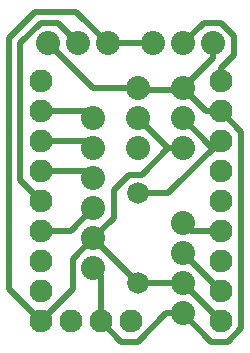
<source format=gbr>
G04 EAGLE Gerber RS-274X export*
G75*
%MOMM*%
%FSLAX34Y34*%
%LPD*%
%INBottom Copper*%
%IPPOS*%
%AMOC8*
5,1,8,0,0,1.08239X$1,22.5*%
G01*
%ADD10C,2.032000*%
%ADD11C,1.828800*%
%ADD12C,1.930400*%
%ADD13C,0.508000*%


D10*
X114300Y279400D03*
X88900Y279400D03*
X63500Y279400D03*
X101600Y215900D03*
X101600Y190500D03*
X101600Y165100D03*
X101600Y139700D03*
X101600Y114300D03*
X101600Y88900D03*
D11*
X139700Y152400D03*
X139700Y76200D03*
D10*
X152400Y279400D03*
X177800Y279400D03*
X203200Y279400D03*
X177800Y241300D03*
X177800Y215900D03*
X177800Y190500D03*
D12*
X209550Y44450D03*
X209550Y69850D03*
X209550Y95250D03*
X133350Y44450D03*
X107950Y44450D03*
X82550Y44450D03*
X57150Y44450D03*
X57150Y69850D03*
X57150Y95250D03*
X57150Y120650D03*
X57150Y146050D03*
X57150Y171450D03*
X57150Y196850D03*
X57150Y222250D03*
X57150Y247650D03*
X209550Y120650D03*
X209550Y146050D03*
X209550Y171450D03*
X209550Y196850D03*
X209550Y222250D03*
X209550Y247650D03*
D10*
X139700Y190500D03*
X139700Y215900D03*
X139700Y241300D03*
X177800Y50800D03*
X177800Y76200D03*
X177800Y101600D03*
X177800Y127000D03*
D13*
X57150Y146050D02*
X39688Y163513D01*
X39688Y279400D01*
X57150Y296863D01*
X71438Y296863D01*
X88900Y279400D01*
X95250Y222250D02*
X57150Y222250D01*
X95250Y222250D02*
X101600Y215900D01*
X95250Y171450D02*
X57150Y171450D01*
X95250Y171450D02*
X101600Y165100D01*
X95250Y196850D02*
X57150Y196850D01*
X95250Y196850D02*
X101600Y190500D01*
X184150Y120650D02*
X209550Y120650D01*
X184150Y120650D02*
X177800Y127000D01*
X107950Y82550D02*
X107950Y44450D01*
X107950Y82550D02*
X101600Y88900D01*
X163513Y50800D02*
X177800Y50800D01*
X163513Y50800D02*
X139700Y26988D01*
X125413Y26988D01*
X107950Y44450D01*
X196850Y222250D02*
X209550Y222250D01*
X196850Y222250D02*
X177800Y241300D01*
X203200Y266700D02*
X203200Y279400D01*
X203200Y266700D02*
X177800Y241300D01*
X101600Y241300D02*
X63500Y279400D01*
X101600Y241300D02*
X139700Y241300D01*
X141288Y239713D02*
X176213Y239713D01*
X177800Y241300D01*
X141288Y239713D02*
X139700Y241300D01*
X177800Y50800D02*
X201613Y26988D01*
X215900Y26988D01*
X227013Y38100D01*
X227013Y204788D01*
X209550Y222250D01*
X177800Y76200D02*
X139700Y76200D01*
X177800Y76200D02*
X209550Y44450D01*
X177800Y190500D02*
X165100Y190500D01*
X139700Y215900D01*
X152400Y279400D02*
X114300Y279400D01*
X84138Y71438D02*
X57150Y44450D01*
X84138Y71438D02*
X84138Y96838D01*
X101600Y114300D01*
X114300Y279400D02*
X87313Y306388D01*
X52388Y306388D01*
X30163Y284163D01*
X30163Y71438D01*
X57150Y44450D01*
X142875Y168275D02*
X165100Y190500D01*
X142875Y168275D02*
X131763Y168275D01*
X119063Y155575D01*
X119063Y131763D01*
X101600Y114300D01*
X139700Y76200D01*
X177800Y101600D02*
X209550Y69850D01*
X165100Y152400D02*
X139700Y152400D01*
X165100Y152400D02*
X209550Y196850D01*
X201613Y192088D02*
X177800Y215900D01*
X201613Y192088D02*
X209550Y196850D01*
X82550Y120650D02*
X57150Y120650D01*
X82550Y120650D02*
X101600Y139700D01*
X209550Y247650D02*
X209550Y258763D01*
X220663Y269875D01*
X220663Y285750D01*
X209550Y296863D01*
X195263Y296863D01*
X177800Y279400D01*
M02*

</source>
